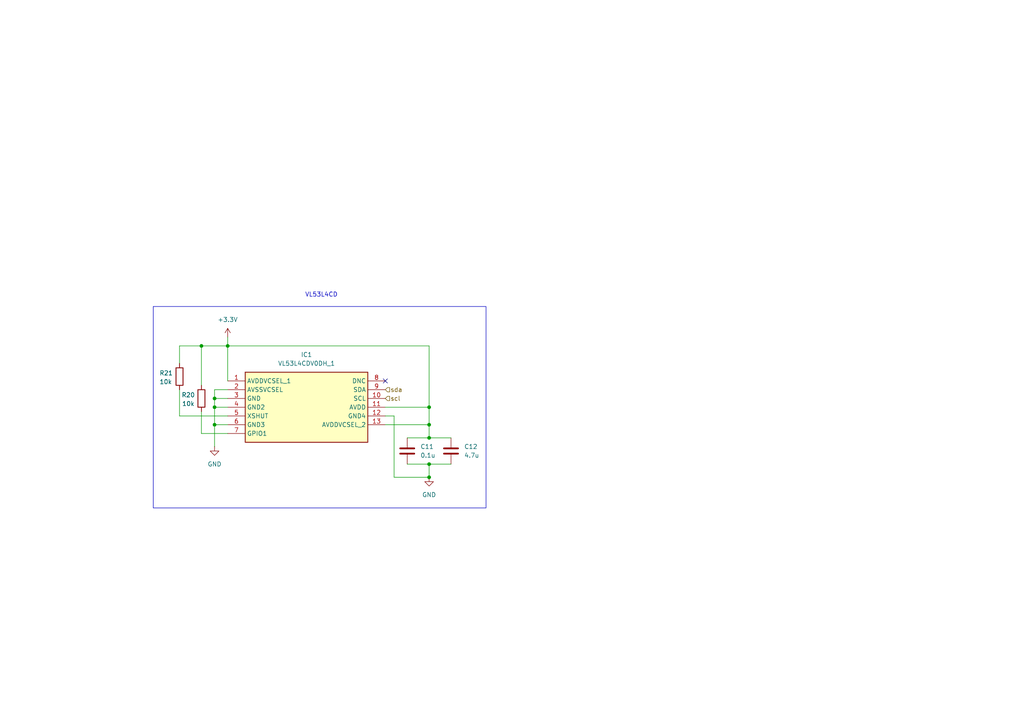
<source format=kicad_sch>
(kicad_sch (version 20250114) (generator "eeschema") (generator_version "9.0")
  (paper "A4")
  (lib_symbols
    (symbol "Device:C" (pin_numbers (hide yes)) (pin_names (offset 0.254))
      (property "Reference" "C" (at 0.635 2.54 0))
      (property "Value" "C" (at 0.635 -2.54 0))
      (symbol "C_0_1"
        (polyline (pts (xy -2.032 0.762) (xy 2.032 0.762)) (stroke (width 0.508)))
        (polyline (pts (xy -2.032 -0.762) (xy 2.032 -0.762)) (stroke (width 0.508)))
      )
      (symbol "C_1_1"
        (pin passive line (at 0 3.81 270) (length 2.794) (name "~") (number "1"))
        (pin passive line (at 0 -3.81 90) (length 2.794) (name "~") (number "2"))
      )
    )
    (symbol "Device:R" (pin_numbers (hide yes)) (pin_names (offset 0))
      (property "Reference" "R" (at 2.032 0 90))
      (property "Value" "R" (at 0 0 90))
      (symbol "R_0_1"
        (rectangle (start -1.016 -2.54) (end 1.016 2.54) (stroke (width 0.254)))
      )
      (symbol "R_1_1"
        (pin passive line (at 0 3.81 270) (length 1.27) (name "~") (number "1"))
        (pin passive line (at 0 -3.81 90) (length 1.27) (name "~") (number "2"))
      )
    )
    (symbol "VL53L4CDV0DH_1:VL53L4CDV0DH_1"
      (property "Reference" "IC" (at 41.91 7.62 0))
      (property "Value" "VL53L4CDV0DH_1" (at 41.91 5.08 0))
      (symbol "VL53L4CDV0DH_1_1_1"
        (rectangle (start 5.08 2.54) (end 40.64 -17.78) (stroke (width 0.254)) (fill (type background)))
        (pin passive line (at 0 0 0) (length 5.08) (name "AVDDVCSEL_1") (number "1"))
        (pin passive line (at 0 -2.54 0) (length 5.08) (name "AVSSVCSEL") (number "2"))
        (pin passive line (at 0 -5.08 0) (length 5.08) (name "GND") (number "3"))
        (pin passive line (at 0 -7.62 0) (length 5.08) (name "GND2") (number "4"))
        (pin passive line (at 0 -10.16 0) (length 5.08) (name "XSHUT") (number "5"))
        (pin passive line (at 0 -12.7 0) (length 5.08) (name "GND3") (number "6"))
        (pin passive line (at 0 -15.24 0) (length 5.08) (name "GPIO1") (number "7"))
        (pin passive line (at 45.72 0 180) (length 5.08) (name "DNC") (number "8"))
        (pin passive line (at 45.72 -2.54 180) (length 5.08) (name "SDA") (number "9"))
        (pin passive line (at 45.72 -5.08 180) (length 5.08) (name "SCL") (number "10"))
        (pin passive line (at 45.72 -7.62 180) (length 5.08) (name "AVDD") (number "11"))
        (pin passive line (at 45.72 -10.16 180) (length 5.08) (name "GND4") (number "12"))
        (pin passive line (at 45.72 -12.7 180) (length 5.08) (name "AVDDVCSEL_2") (number "13"))
      )
    )
    (symbol "power:+3V3" (power) (pin_numbers (hide yes)) (pin_names (offset 0) (hide yes))
      (property "Value" "+3V3" (at 0 3.556 0))
      (symbol "+3V3_0_1"
        (polyline (pts (xy -0.762 1.27) (xy 0 2.54)))
        (polyline (pts (xy 0 2.54) (xy 0.762 1.27)))
        (polyline (pts (xy 0 0) (xy 0 2.54)))
      )
      (symbol "+3V3_1_1"
        (pin power_in line (at 0 0 90) (length 0) (name "~") (number "1"))
      )
    )
    (symbol "power:GND" (power) (pin_numbers (hide yes)) (pin_names (offset 0) (hide yes))
      (property "Value" "GND" (at 0 -3.81 0))
      (symbol "GND_0_1"
        (polyline (pts (xy 0 0) (xy 0 -1.27) (xy 1.27 -1.27) (xy 0 -2.54) (xy -1.27 -1.27) (xy 0 -1.27)))
      )
      (symbol "GND_1_1"
        (pin power_in line (at 0 0 270) (length 0) (name "~") (number "1"))
      )
    )
  )
  (rectangle (start 44.45 88.9) (end 140.97 147.32))
  (text "VL53L4CD\n" (at 93.218 85.598 0) (effects (font (size 1.27 1.27))))
  (junction (at 124.46 118.11))
  (junction (at 124.46 127))
  (junction (at 62.23 115.57))
  (junction (at 124.46 123.19))
  (junction (at 66.04 100.33))
  (junction (at 58.42 100.33))
  (junction (at 124.46 138.43))
  (junction (at 124.46 134.62))
  (junction (at 62.23 118.11))
  (junction (at 62.23 123.19))
  (no_connect (at 111.76 110.49))
  (wire (pts (xy 66.04 97.79) (xy 66.04 100.33)))
  (wire (pts (xy 62.23 123.19) (xy 66.04 123.19)))
  (wire (pts (xy 124.46 127) (xy 124.46 123.19)))
  (wire (pts (xy 124.46 138.43) (xy 124.46 134.62)))
  (wire (pts (xy 114.3 120.65) (xy 114.3 138.43)))
  (wire (pts (xy 66.04 113.03) (xy 62.23 113.03)))
  (wire (pts (xy 118.11 127) (xy 124.46 127)))
  (wire (pts (xy 52.07 105.41) (xy 52.07 100.33)))
  (wire (pts (xy 62.23 115.57) (xy 62.23 118.11)))
  (wire (pts (xy 124.46 134.62) (xy 130.81 134.62)))
  (wire (pts (xy 114.3 138.43) (xy 124.46 138.43)))
  (wire (pts (xy 124.46 118.11) (xy 124.46 123.19)))
  (wire (pts (xy 111.76 118.11) (xy 124.46 118.11)))
  (wire (pts (xy 66.04 100.33) (xy 124.46 100.33)))
  (wire (pts (xy 58.42 100.33) (xy 58.42 111.76)))
  (wire (pts (xy 124.46 100.33) (xy 124.46 118.11)))
  (wire (pts (xy 66.04 100.33) (xy 66.04 110.49)))
  (wire (pts (xy 111.76 123.19) (xy 124.46 123.19)))
  (wire (pts (xy 52.07 113.03) (xy 52.07 120.65)))
  (wire (pts (xy 62.23 118.11) (xy 66.04 118.11)))
  (wire (pts (xy 52.07 120.65) (xy 66.04 120.65)))
  (wire (pts (xy 58.42 125.73) (xy 58.42 119.38)))
  (wire (pts (xy 58.42 100.33) (xy 66.04 100.33)))
  (wire (pts (xy 66.04 125.73) (xy 58.42 125.73)))
  (wire (pts (xy 62.23 123.19) (xy 62.23 129.54)))
  (wire (pts (xy 111.76 120.65) (xy 114.3 120.65)))
  (wire (pts (xy 124.46 127) (xy 130.81 127)))
  (wire (pts (xy 62.23 115.57) (xy 66.04 115.57)))
  (wire (pts (xy 52.07 100.33) (xy 58.42 100.33)))
  (wire (pts (xy 62.23 118.11) (xy 62.23 123.19)))
  (wire (pts (xy 62.23 113.03) (xy 62.23 115.57)))
  (wire (pts (xy 118.11 134.62) (xy 124.46 134.62)))
  (hierarchical_label "scl" (shape input) (at 111.76 115.57 0))
  (hierarchical_label "sda" (shape input) (at 111.76 113.03 0))
  (symbol (lib_id "power:+3V3") (at 66.04 97.79 0) (unit 1)
    (property "Reference" "#PWR029" (effects (hide yes)))
    (property "Value" "+3.3V" (at 66.04 92.71 0))
    (property "Description" "Power symbol creates a global label with name \"+3V3\"" (effects (hide yes)))
  )
  (symbol (lib_id "power:GND") (at 62.23 129.54 0) (unit 1)
    (property "Reference" "#PWR047" (effects (hide yes)))
    (property "Value" "GND" (at 62.23 134.62 0))
    (property "Description" "Power symbol creates a global label with name \"GND\" , ground" (effects (hide yes)))
  )
  (symbol (lib_id "Device:R") (at 58.42 115.57 180) (unit 1)
    (property "Reference" "R20" (at 54.61 114.554 0))
    (property "Value" "10k" (at 54.61 117.094 0))
    (property "Footprint" "Resistor_SMD:R_0402_1005Metric_Pad0.72x0.64mm_HandSolder" (effects (hide yes)))
    (property "Description" "Resistor" (effects (hide yes)))
    (property "Supplier Name" "JLCPCB" (effects (hide yes)))
    (property "Manufacturer_Name" "UNI-ROYAL(Uniroyal Elec)" (effects (hide yes)))
    (property "Manufacturer_Part_Number" "0402WGF1002TCE" (effects (hide yes)))
    (property "JLCPCB Part" "0402WGF1002TCE" (effects (hide yes)))
  )
  (symbol (lib_id "Device:C") (at 130.81 130.81 0) (unit 1)
    (property "Reference" "C12" (at 134.62 129.5399 0) (effects (justify left)))
    (property "Value" "4.7u" (at 134.62 132.0799 0) (effects (justify left)))
    (property "Footprint" "Capacitor_SMD:C_0603_1608Metric_Pad1.08x0.95mm_HandSolder" (effects (hide yes)))
    (property "Description" "Unpolarized capacitor" (effects (hide yes)))
    (property "Supplier Name" "JLCPCB" (effects (hide yes)))
    (property "Supplier Part Number" "C19666" (effects (hide yes)))
    (property "JLCPCB Part" "C19666" (effects (hide yes)))
  )
  (symbol (lib_id "Device:R") (at 52.07 109.22 0) (unit 1)
    (property "Reference" "R21" (at 46.228 108.204 0) (effects (justify left)))
    (property "Value" "10k" (at 46.228 110.744 0) (effects (justify left)))
    (property "Footprint" "Resistor_SMD:R_0402_1005Metric_Pad0.72x0.64mm_HandSolder" (effects (hide yes)))
    (property "Description" "Resistor" (effects (hide yes)))
    (property "Supplier Name" "JLCPCB" (effects (hide yes)))
    (property "Manufacturer_Name" "UNI-ROYAL(Uniroyal Elec)" (effects (hide yes)))
    (property "Manufacturer_Part_Number" "0402WGF1002TCE" (effects (hide yes)))
    (property "JLCPCB Part" "0402WGF1002TCE" (effects (hide yes)))
  )
  (symbol (lib_id "Device:C") (at 118.11 130.81 0) (unit 1)
    (property "Reference" "C11" (at 121.92 129.5399 0) (effects (justify left)))
    (property "Value" "0.1u" (at 121.92 132.0799 0) (effects (justify left)))
    (property "Footprint" "Capacitor_SMD:C_0402_1005Metric_Pad0.74x0.62mm_HandSolder" (effects (hide yes)))
    (property "Description" "Unpolarized capacitor" (effects (hide yes)))
    (property "Supplier Name" "JLCPCB" (effects (hide yes)))
    (property "Supplier Part Number" "C307331" (effects (hide yes)))
    (property "JLCPCB Part" "C307331" (effects (hide yes)))
  )
  (symbol (lib_id "power:GND") (at 124.46 138.43 0) (unit 1)
    (property "Reference" "#PWR028" (effects (hide yes)))
    (property "Value" "GND" (at 124.46 143.51 0))
    (property "Description" "Power symbol creates a global label with name \"GND\" , ground" (effects (hide yes)))
  )
  (symbol (lib_id "VL53L4CDV0DH_1:VL53L4CDV0DH_1") (at 66.04 110.49 0) (unit 1)
    (property "Reference" "IC1" (at 88.9 102.87 0))
    (property "Value" "VL53L4CDV0DH_1" (at 88.9 105.41 0))
    (property "Footprint" "VL53L4CD:VL53L4CDV0DH1" (effects (hide yes)))
    (property "Datasheet" "https://www.st.com/resource/en/datasheet/vl53l4cd.pdf" (effects (hide yes)))
    (property "Description" "Time-of-Flight high accuracy proximity sensor" (effects (hide yes)))
    (property "Height" "1.05" (effects (hide yes)))
    (property "Manufacturer_Name" "STMicroelectronics" (effects (hide yes)))
    (property "Manufacturer_Part_Number" "VL53L4CDV0DH/1" (effects (hide yes)))
    (property "Mouser Part Number" "511-VL53L4CDV0DH/1" (effects (hide yes)))
    (property "Mouser Price/Stock" "https://www.mouser.co.uk/ProductDetail/STMicroelectronics/VL53L4CDV0DH-1?qs=QNEnbhJQKvbi4wYY5Ymy8w%3D%3D" (effects (hide yes)))
    (property "Arrow Part Number" "VL53L4CDV0DH/1" (effects (hide yes)))
    (property "Arrow Price/Stock" "https://www.arrow.com/en/products/vl53l4cdv0dh1/stmicroelectronics?utm_currency=USD&region=nac" (effects (hide yes)))
    (property "Supplier Name" "JLCPCB" (effects (hide yes)))
    (property "Supplier Part Number" " C3178291" (effects (hide yes)))
    (property "Variant" "DISTANCE" (effects (hide yes)))
    (property "JLCPCB Part" " C3178291" (effects (hide yes)))
  )
)
</source>
